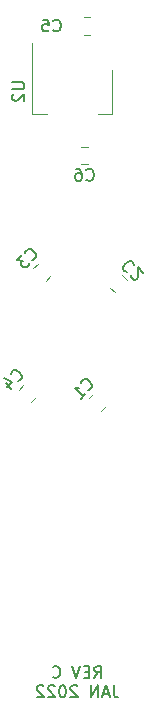
<source format=gbr>
%TF.GenerationSoftware,KiCad,Pcbnew,(6.0.0)*%
%TF.CreationDate,2022-01-16T15:55:41+01:00*%
%TF.ProjectId,Bluster,426c7573-7465-4722-9e6b-696361645f70,rev?*%
%TF.SameCoordinates,Original*%
%TF.FileFunction,Legend,Bot*%
%TF.FilePolarity,Positive*%
%FSLAX46Y46*%
G04 Gerber Fmt 4.6, Leading zero omitted, Abs format (unit mm)*
G04 Created by KiCad (PCBNEW (6.0.0)) date 2022-01-16 15:55:41*
%MOMM*%
%LPD*%
G01*
G04 APERTURE LIST*
%ADD10C,0.150000*%
%ADD11C,0.120000*%
G04 APERTURE END LIST*
D10*
X170606380Y-96621380D02*
X170939714Y-96145190D01*
X171177809Y-96621380D02*
X171177809Y-95621380D01*
X170796857Y-95621380D01*
X170701619Y-95669000D01*
X170654000Y-95716619D01*
X170606380Y-95811857D01*
X170606380Y-95954714D01*
X170654000Y-96049952D01*
X170701619Y-96097571D01*
X170796857Y-96145190D01*
X171177809Y-96145190D01*
X170177809Y-96097571D02*
X169844476Y-96097571D01*
X169701619Y-96621380D02*
X170177809Y-96621380D01*
X170177809Y-95621380D01*
X169701619Y-95621380D01*
X169415904Y-95621380D02*
X169082571Y-96621380D01*
X168749238Y-95621380D01*
X167082571Y-96526142D02*
X167130190Y-96573761D01*
X167273047Y-96621380D01*
X167368285Y-96621380D01*
X167511142Y-96573761D01*
X167606380Y-96478523D01*
X167654000Y-96383285D01*
X167701619Y-96192809D01*
X167701619Y-96049952D01*
X167654000Y-95859476D01*
X167606380Y-95764238D01*
X167511142Y-95669000D01*
X167368285Y-95621380D01*
X167273047Y-95621380D01*
X167130190Y-95669000D01*
X167082571Y-95716619D01*
X172249238Y-97231380D02*
X172249238Y-97945666D01*
X172296857Y-98088523D01*
X172392095Y-98183761D01*
X172534952Y-98231380D01*
X172630190Y-98231380D01*
X171820666Y-97945666D02*
X171344476Y-97945666D01*
X171915904Y-98231380D02*
X171582571Y-97231380D01*
X171249238Y-98231380D01*
X170915904Y-98231380D02*
X170915904Y-97231380D01*
X170344476Y-98231380D01*
X170344476Y-97231380D01*
X169154000Y-97326619D02*
X169106380Y-97279000D01*
X169011142Y-97231380D01*
X168773047Y-97231380D01*
X168677809Y-97279000D01*
X168630190Y-97326619D01*
X168582571Y-97421857D01*
X168582571Y-97517095D01*
X168630190Y-97659952D01*
X169201619Y-98231380D01*
X168582571Y-98231380D01*
X167963523Y-97231380D02*
X167868285Y-97231380D01*
X167773047Y-97279000D01*
X167725428Y-97326619D01*
X167677809Y-97421857D01*
X167630190Y-97612333D01*
X167630190Y-97850428D01*
X167677809Y-98040904D01*
X167725428Y-98136142D01*
X167773047Y-98183761D01*
X167868285Y-98231380D01*
X167963523Y-98231380D01*
X168058761Y-98183761D01*
X168106380Y-98136142D01*
X168154000Y-98040904D01*
X168201619Y-97850428D01*
X168201619Y-97612333D01*
X168154000Y-97421857D01*
X168106380Y-97326619D01*
X168058761Y-97279000D01*
X167963523Y-97231380D01*
X167249238Y-97326619D02*
X167201619Y-97279000D01*
X167106380Y-97231380D01*
X166868285Y-97231380D01*
X166773047Y-97279000D01*
X166725428Y-97326619D01*
X166677809Y-97421857D01*
X166677809Y-97517095D01*
X166725428Y-97659952D01*
X167296857Y-98231380D01*
X166677809Y-98231380D01*
X166296857Y-97326619D02*
X166249238Y-97279000D01*
X166154000Y-97231380D01*
X165915904Y-97231380D01*
X165820666Y-97279000D01*
X165773047Y-97326619D01*
X165725428Y-97421857D01*
X165725428Y-97517095D01*
X165773047Y-97659952D01*
X166344476Y-98231380D01*
X165725428Y-98231380D01*
%TO.C,C5*%
X167136666Y-41782142D02*
X167184285Y-41829761D01*
X167327142Y-41877380D01*
X167422380Y-41877380D01*
X167565238Y-41829761D01*
X167660476Y-41734523D01*
X167708095Y-41639285D01*
X167755714Y-41448809D01*
X167755714Y-41305952D01*
X167708095Y-41115476D01*
X167660476Y-41020238D01*
X167565238Y-40925000D01*
X167422380Y-40877380D01*
X167327142Y-40877380D01*
X167184285Y-40925000D01*
X167136666Y-40972619D01*
X166231904Y-40877380D02*
X166708095Y-40877380D01*
X166755714Y-41353571D01*
X166708095Y-41305952D01*
X166612857Y-41258333D01*
X166374761Y-41258333D01*
X166279523Y-41305952D01*
X166231904Y-41353571D01*
X166184285Y-41448809D01*
X166184285Y-41686904D01*
X166231904Y-41782142D01*
X166279523Y-41829761D01*
X166374761Y-41877380D01*
X166612857Y-41877380D01*
X166708095Y-41829761D01*
X166755714Y-41782142D01*
%TO.C,C6*%
X169936666Y-54412142D02*
X169984285Y-54459761D01*
X170127142Y-54507380D01*
X170222380Y-54507380D01*
X170365238Y-54459761D01*
X170460476Y-54364523D01*
X170508095Y-54269285D01*
X170555714Y-54078809D01*
X170555714Y-53935952D01*
X170508095Y-53745476D01*
X170460476Y-53650238D01*
X170365238Y-53555000D01*
X170222380Y-53507380D01*
X170127142Y-53507380D01*
X169984285Y-53555000D01*
X169936666Y-53602619D01*
X169079523Y-53507380D02*
X169270000Y-53507380D01*
X169365238Y-53555000D01*
X169412857Y-53602619D01*
X169508095Y-53745476D01*
X169555714Y-53935952D01*
X169555714Y-54316904D01*
X169508095Y-54412142D01*
X169460476Y-54459761D01*
X169365238Y-54507380D01*
X169174761Y-54507380D01*
X169079523Y-54459761D01*
X169031904Y-54412142D01*
X168984285Y-54316904D01*
X168984285Y-54078809D01*
X169031904Y-53983571D01*
X169079523Y-53935952D01*
X169174761Y-53888333D01*
X169365238Y-53888333D01*
X169460476Y-53935952D01*
X169508095Y-53983571D01*
X169555714Y-54078809D01*
%TO.C,C1*%
X170042450Y-72216748D02*
X170109793Y-72216748D01*
X170244480Y-72149404D01*
X170311824Y-72082061D01*
X170379167Y-71947373D01*
X170379167Y-71812686D01*
X170345496Y-71711671D01*
X170244480Y-71543312D01*
X170143465Y-71442297D01*
X169975106Y-71341282D01*
X169874091Y-71307610D01*
X169739404Y-71307610D01*
X169604717Y-71374954D01*
X169537373Y-71442297D01*
X169470030Y-71576984D01*
X169470030Y-71644328D01*
X169436358Y-72957526D02*
X169840419Y-72553465D01*
X169638389Y-72755496D02*
X168931282Y-72048389D01*
X169099641Y-72082061D01*
X169234328Y-72082061D01*
X169335343Y-72048389D01*
%TO.C,C3*%
X165332450Y-61206748D02*
X165399793Y-61206748D01*
X165534480Y-61139404D01*
X165601824Y-61072061D01*
X165669167Y-60937373D01*
X165669167Y-60802686D01*
X165635496Y-60701671D01*
X165534480Y-60533312D01*
X165433465Y-60432297D01*
X165265106Y-60331282D01*
X165164091Y-60297610D01*
X165029404Y-60297610D01*
X164894717Y-60364954D01*
X164827373Y-60432297D01*
X164760030Y-60566984D01*
X164760030Y-60634328D01*
X164456984Y-60802686D02*
X164019251Y-61240419D01*
X164524328Y-61274091D01*
X164423312Y-61375106D01*
X164389641Y-61476122D01*
X164389641Y-61543465D01*
X164423312Y-61644480D01*
X164591671Y-61812839D01*
X164692686Y-61846511D01*
X164760030Y-61846511D01*
X164861045Y-61812839D01*
X165063076Y-61610809D01*
X165096748Y-61509793D01*
X165096748Y-61442450D01*
%TO.C,C4*%
X164098088Y-71476870D02*
X164165431Y-71476870D01*
X164300118Y-71409526D01*
X164367462Y-71342183D01*
X164434805Y-71207495D01*
X164434805Y-71072808D01*
X164401134Y-70971793D01*
X164300118Y-70803434D01*
X164199103Y-70702419D01*
X164030744Y-70601404D01*
X163929729Y-70567732D01*
X163795042Y-70567732D01*
X163660355Y-70635076D01*
X163593011Y-70702419D01*
X163525668Y-70837106D01*
X163525668Y-70904450D01*
X163087935Y-71678900D02*
X163559340Y-72150305D01*
X162986920Y-71241167D02*
X163660355Y-71577885D01*
X163222622Y-72015618D01*
%TO.C,C2*%
X173972626Y-61681671D02*
X173972626Y-61614328D01*
X173905282Y-61479641D01*
X173837939Y-61412297D01*
X173703251Y-61344954D01*
X173568564Y-61344954D01*
X173467549Y-61378625D01*
X173299190Y-61479641D01*
X173198175Y-61580656D01*
X173097160Y-61749015D01*
X173063488Y-61850030D01*
X173063488Y-61984717D01*
X173130832Y-62119404D01*
X173198175Y-62186748D01*
X173332862Y-62254091D01*
X173400206Y-62254091D01*
X173669580Y-62523465D02*
X173669580Y-62590809D01*
X173703251Y-62691824D01*
X173871610Y-62860183D01*
X173972626Y-62893854D01*
X174039969Y-62893854D01*
X174140984Y-62860183D01*
X174208328Y-62792839D01*
X174275671Y-62658152D01*
X174275671Y-61850030D01*
X174713404Y-62287763D01*
%TO.C,U2*%
X163672380Y-46188095D02*
X164481904Y-46188095D01*
X164577142Y-46235714D01*
X164624761Y-46283333D01*
X164672380Y-46378571D01*
X164672380Y-46569047D01*
X164624761Y-46664285D01*
X164577142Y-46711904D01*
X164481904Y-46759523D01*
X163672380Y-46759523D01*
X163767619Y-47188095D02*
X163720000Y-47235714D01*
X163672380Y-47330952D01*
X163672380Y-47569047D01*
X163720000Y-47664285D01*
X163767619Y-47711904D01*
X163862857Y-47759523D01*
X163958095Y-47759523D01*
X164100952Y-47711904D01*
X164672380Y-47140476D01*
X164672380Y-47759523D01*
D11*
%TO.C,C5*%
X170251252Y-40665000D02*
X169728748Y-40665000D01*
X170251252Y-42135000D02*
X169728748Y-42135000D01*
%TO.C,C6*%
X169508748Y-53110000D02*
X170031252Y-53110000D01*
X169508748Y-51640000D02*
X170031252Y-51640000D01*
%TO.C,C1*%
X170525010Y-72565543D02*
X170155543Y-72935010D01*
X171564457Y-73604990D02*
X171194990Y-73974457D01*
%TO.C,C3*%
X166854457Y-62594990D02*
X166484990Y-62964457D01*
X165815010Y-61555543D02*
X165445543Y-61925010D01*
%TO.C,C4*%
X165620095Y-72865112D02*
X165250628Y-73234579D01*
X164580648Y-71825665D02*
X164211181Y-72195132D01*
%TO.C,C2*%
X172315010Y-63944457D02*
X171945543Y-63574990D01*
X173354457Y-62905010D02*
X172984990Y-62535543D01*
%TO.C,U2*%
X165310000Y-42850000D02*
X165310000Y-48860000D01*
X165310000Y-48860000D02*
X166570000Y-48860000D01*
X172130000Y-48860000D02*
X170870000Y-48860000D01*
X172130000Y-45100000D02*
X172130000Y-48860000D01*
%TD*%
M02*

</source>
